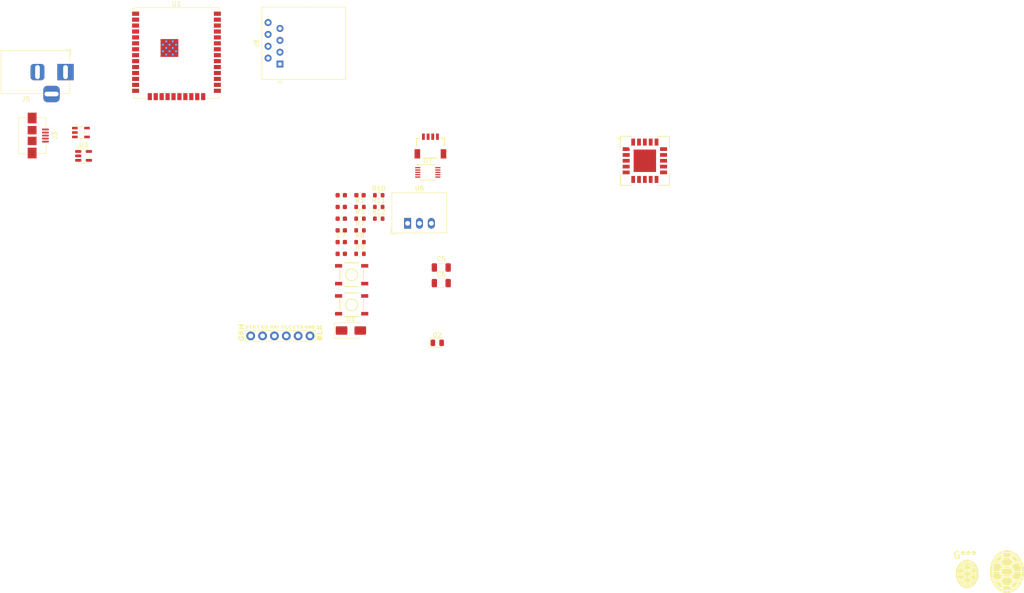
<source format=kicad_pcb>
(kicad_pcb (version 20240108) (generator "pcbnew") (generator_version "8.0")
  (layers (0 "F.Cu" signal) (31 "B.Cu" signal) (34 "B.Paste" user) (35 "F.Paste" user) (36 "B.SilkS" user "B.Silkscreen") (37 "F.SilkS" user "F.Silkscreen") (38 "B.Mask" user) (39 "F.Mask" user) (44 "Edge.Cuts" user))
  (net 0 "")
  (net 1 "GND")
  (net 2 "VIN")
  (net 3 "PULL_UP")
  (net 4 "Net-(U6-IN)")
  (net 5 "+5V")
  (net 6 "Net-(D2-A)")
  (net 7 "SDA")
  (net 9 "SCL")
  (net 12 "TX")
  (net 13 "RX")
  (net 22 "D_SCL-")
  (net 24 "+12V")
  (net 25 "D_SDA+")
  (net 27 "D_SDA-")
  (net 28 "D_SCL+")
  (net 29 "0")
  (net 30 "CIPO")
  (net 32 "A0")
  (net 34 "A2")
  (net 35 "16")
  (net 36 "A4")
  (net 37 "33")
  (net 38 "32")
  (net 39 "12")
  (net 40 "SCK")
  (net 42 "A1")
  (net 44 "15")
  (net 47 "21")
  (net 48 "14")
  (net 49 "COPI")
  (net 50 "A3")
  (net 51 "A5")
  (net 52 "27")
  (net 54 "17")
  (net 55 "13")
  (net 73 "HV_SCL")
  (net 75 "HV_SDA")
  (footprint "Package_TO_SOT_SMD:SOT-23-5" (layer "F.Cu") (at 79.8625 83.95)
    (property "Reference" "U3" (at 0 -2.4 360) (layer "F.SilkS"))
    (property "Value" "XC6220B331MR")
    (pad "1" smd roundrect (at -1.1375 -0.95) (size 1.325 0.6) (layers "F.Cu" "F.Paste" "F.Mask") (net 2 "VIN"))
    (pad "2" smd roundrect (at -1.1375 0) (size 1.325 0.6) (layers "F.Cu" "F.Paste" "F.Mask") (net 1 "GND"))
    (pad "3" smd roundrect (at -1.1375 0.95) (size 1.325 0.6) (layers "F.Cu" "F.Paste" "F.Mask") (net 2 "VIN"))
    (pad "4" smd roundrect (at 1.1375 0.95) (size 1.325 0.6) (layers "F.Cu" "F.Paste" "F.Mask"))
    (pad "5" smd roundrect (at 1.1375 -0.95) (size 1.325 0.6) (layers "F.Cu" "F.Paste" "F.Mask") (net 3 "PULL_UP"))
  )
  (footprint "Resistor_SMD:R_0603_1608Metric" (layer "F.Cu") (at 143.0425 97.405)
    (property "Reference" "R12" (at 0 -1.43 0) (layer "F.SilkS"))
    (property "Value" "390")
    (pad "1" smd roundrect (at -0.825 0) (size 0.8 0.95) (layers "F.Cu" "F.Paste" "F.Mask") (net 27 "D_SDA-"))
    (pad "2" smd roundrect (at 0.825 0) (size 0.8 0.95) (layers "F.Cu" "F.Paste" "F.Mask") (net 1 "GND"))
  )
  (footprint "LOGO" (layer "F.Cu") (at 269 173.5)
    (property "Reference" "G***" (at -0.5 -4 0) (layer "F.SilkS") (effects (font (size 1.5 1.5) (thickness 0.3))))
    (property "Value" "LOGO" (hide yes))
  )
  (footprint "SparkFun-Capacitor:C_0603_1608Metric" (layer "F.Cu") (at 135.0225 97.405)
    (property "Reference" "C3")
    (property "Value" "10uF")
    (pad "1" smd roundrect (at -0.775 0) (size 0.9 0.95) (layers "F.Cu" "F.Paste" "F.Mask") (net 2 "VIN"))
    (pad "2" smd roundrect (at 0.775 0) (size 0.9 0.95) (layers "F.Cu" "F.Paste" "F.Mask") (net 1 "GND"))
  )
  (footprint "SparkFun-Connector:6_Pin_Serial_Target_Side" (layer "F.Cu") (at 121.9845 122.517)
    (property "Reference" "J2")
    (property "Value" "Conn_01x06")
    (pad "1" thru_hole circle (at -6.35 0) (size 1.8796 1.8796) (drill 1.016) (layers "*.Cu" "*.Mask") (net 1 "GND"))
    (pad "2" thru_hole circle (at -3.81 0) (size 1.8796 1.8796) (drill 1.016) (layers "*.Cu" "*.Mask"))
    (pad "3" thru_hole circle (at -1.27 0) (size 1.8796 1.8796) (drill 1.016) (layers "*.Cu" "*.Mask") (net 3 "PULL_UP"))
    (pad "4" thru_hole circle (at 1.27 0) (size 1.8796 1.8796) (drill 1.016) (layers "*.Cu" "*.Mask") (net 13 "RX"))
    (pad "5" thru_hole circle (at 3.81 0) (size 1.8796 1.8796) (drill 1.016) (layers "*.Cu" "*.Mask") (net 12 "TX"))
    (pad "6" thru_hole circle (at 6.35 0) (size 1.8796 1.8796) (drill 1.016) (layers "*.Cu" "*.Mask"))
  )
  (footprint "SparkFun-Capacitor:C_0603_1608Metric" (layer "F.Cu") (at 139.0325 92.385)
    (property "Reference" "C9")
    (property "Value" "4.7uF")
    (pad "1" smd roundrect (at -0.775 0) (size 0.9 0.95) (layers "F.Cu" "F.Paste" "F.Mask") (net 3 "PULL_UP"))
    (pad "2" smd roundrect (at 0.775 0) (size 0.9 0.95) (layers "F.Cu" "F.Paste" "F.Mask") (net 1 "GND"))
  )
  (footprint "Converter_DCDC:Converter_DCDC_RECOM_R-78E-0.5_THT" (layer "F.Cu") (at 149.2185 98.405)
    (property "Reference" "U6" (at 2.54 -7.56 0) (layer "F.SilkS"))
    (property "Value" "R-78E5.0-0.5")
    (pad "1" thru_hole rect (at 0 0) (size 1.5 2.3) (drill 1) (layers "*.Cu" "*.Mask"))
    (pad "2" thru_hole oval (at 2.54 0) (size 1.5 2.3) (drill 1) (layers "*.Cu" "*.Mask"))
    (pad "3" thru_hole oval (at 5.08 0) (size 1.5 2.3) (drill 1) (layers "*.Cu" "*.Mask"))
  )
  (footprint "LOGO" (layer "F.Cu") (at 277.5 173)
    (property "Reference" "G***" (hide yes))
    (property "Value" "LOGO" (hide yes))
  )
  (footprint "LED_SMD:LED_0805_2012Metric" (layer "F.Cu") (at 155.5625 124)
    (property "Reference" "D2" (at 0 -1.65 0) (layer "F.SilkS"))
    (property "Value" "LED")
    (pad "1" smd roundrect (at -0.9375 0) (size 0.975 1.4) (layers "F.Cu" "F.Paste" "F.Mask") (net 1 "GND"))
    (pad "2" smd roundrect (at 0.9375 0) (size 0.975 1.4) (layers "F.Cu" "F.Paste" "F.Mask") (net 6 "Net-(D2-A)"))
  )
  (footprint "Resistor_SMD:R_0603_1608Metric" (layer "F.Cu") (at 139.0325 94.895)
    (property "Reference" "R1" (at 0 -1.43 0) (layer "F.SilkS"))
    (property "Value" "10K")
    (pad "1" smd roundrect (at -0.825 0) (size 0.8 0.95) (layers "F.Cu" "F.Paste" "F.Mask") (net 3 "PULL_UP"))
    (pad "2" smd roundrect (at 0.825 0) (size 0.8 0.95) (layers "F.Cu" "F.Paste" "F.Mask") (net 3 "PULL_UP"))
  )
  (footprint "Resistor_SMD:R_0603_1608Metric" (layer "F.Cu") (at 139.0325 97.405)
    (property "Reference" "R3" (at 0 -1.43 0) (layer "F.SilkS"))
    (property "Value" "330")
    (pad "1" smd roundrect (at -0.825 0) (size 0.8 0.95) (layers "F.Cu" "F.Paste" "F.Mask") (net 5 "+5V"))
    (pad "2" smd roundrect (at 0.825 0) (size 0.8 0.95) (layers "F.Cu" "F.Paste" "F.Mask") (net 6 "Net-(D2-A)"))
  )
  (footprint "Resistor_SMD:R_0603_1608Metric" (layer "F.Cu") (at 143.0425 94.895)
    (property "Reference" "R11" (at 0 -1.43 0) (layer "F.SilkS"))
    (property "Value" "100")
    (pad "1" smd roundrect (at -0.825 0) (size 0.8 0.95) (layers "F.Cu" "F.Paste" "F.Mask") (net 25 "D_SDA+"))
    (pad "2" smd roundrect (at 0.825 0) (size 0.8 0.95) (layers "F.Cu" "F.Paste" "F.Mask") (net 27 "D_SDA-"))
  )
  (footprint "Connector_BarrelJack:BarrelJack_Horizontal" (layer "F.Cu") (at 76 66)
    (property "Reference" "J5" (at -8.45 5.75 0) (layer "F.SilkS"))
    (property "Value" "Barrel_Jack_Switch")
    (pad "1" thru_hole rect (at 0 0) (size 3.5 3.5) (drill oval 1 3) (layers "*.Cu" "*.Mask") (net 2 "VIN"))
    (pad "2" thru_hole roundrect (at -6 0) (size 3 3.5) (drill oval 1 3) (layers "*.Cu" "*.Mask") (net 1 "GND"))
    (pad "3" thru_hole roundrect (at -3 4.7) (size 3.5 3.5) (drill oval 3 1) (layers "*.Cu" "*.Mask") (net 1 "GND"))
  )
  (footprint "Resistor_SMD:R_0603_1608Metric" (layer "F.Cu") (at 139.0325 104.935)
    (property "Reference" "R9" (at 0 -1.43 0) (layer "F.SilkS"))
    (property "Value" "390")
    (pad "1" smd roundrect (at -0.825 0) (size 0.8 0.95) (layers "F.Cu" "F.Paste" "F.Mask") (net 22 "D_SCL-"))
    (pad "2" smd roundrect (at 0.825 0) (size 0.8 0.95) (layers "F.Cu" "F.Paste" "F.Mask") (net 1 "GND"))
  )
  (footprint "SparkFun-Capacitor:C_0603_1608Metric" (layer "F.Cu") (at 135.0225 92.385)
    (property "Reference" "C1")
    (property "Value" "1uF")
    (pad "1" smd roundrect (at -0.775 0) (size 0.9 0.95) (layers "F.Cu" "F.Paste" "F.Mask") (net 2 "VIN"))
    (pad "2" smd roundrect (at 0.775 0) (size 0.9 0.95) (layers "F.Cu" "F.Paste" "F.Mask") (net 1 "GND"))
  )
  (footprint "RF_Module:ESP32-WROOM-32UE" (layer "F.Cu") (at 99.75 61.91)
    (property "Reference" "U1" (at 0 -10.5 0) (layer "F.SilkS"))
    (property "Value" "ESP32-WROOM-32UE")
    (pad "1" smd rect (at -8.75 -8.41) (size 1.5 0.9) (layers "F.Cu" "F.Paste" "F.Mask") (net 1 "GND"))
    (pad "2" smd rect (at -8.75 -7.14) (size 1.5 0.9) (layers "F.Cu" "F.Paste" "F.Mask") (net 3 "PULL_UP"))
    (pad "3" smd rect (at -8.75 -5.87) (size 1.5 0.9) (layers "F.Cu" "F.Paste" "F.Mask") (net 3 "PULL_UP"))
    (pad "4" smd rect (at -8.75 -4.6) (size 1.5 0.9) (layers "F.Cu" "F.Paste" "F.Mask") (net 36 "A4"))
    (pad "5" smd rect (at -8.75 -3.33) (size 1.5 0.9) (layers "F.Cu" "F.Paste" "F.Mask") (net 50 "A3"))
    (pad "6" smd rect (at -8.75 -2.06) (size 1.5 0.9) (layers "F.Cu" "F.Paste" "F.Mask") (net 34 "A2"))
    (pad "7" smd rect (at -8.75 -0.79) (size 1.5 0.9) (layers "F.Cu" "F.Paste" "F.Mask"))
    (pad "8" smd rect (at -8.75 0.48) (size 1.5 0.9) (layers "F.Cu" "F.Paste" "F.Mask") (net 38 "32"))
    (pad "9" smd rect (at -8.75 1.75) (size 1.5 0.9) (layers "F.Cu" "F.Paste" "F.Mask") (net 37 "33"))
    (pad "10" smd rect (at -8.75 3.02) (size 1.5 0.9) (layers "F.Cu" "F.Paste" "F.Mask") (net 42 "A1"))
    (pad "11" smd rect (at -8.75 4.29) (size 1.5 0.9) (layers "F.Cu" "F.Paste" "F.Mask") (net 32 "A0"))
    (pad "12" smd rect (at -8.75 5.56) (size 1.5 0.9) (layers "F.Cu" "F.Paste" "F.Mask") (net 52 "27"))
    (pad "13" smd rect (at -8.75 6.83) (size 1.5 0.9) (layers "F.Cu" "F.Paste" "F.Mask") (net 48 "14"))
    (pad "14" smd rect (at -8.75 8.1) (size 1.5 0.9) (layers "F.Cu" "F.Paste" "F.Mask") (net 39 "12"))
    (pad "15" smd rect (at -5.715 9.35 90) (size 1.5 0.9) (layers "F.Cu" "F.Paste" "F.Mask") (net 1 "GND"))
    (pad "16" smd rect (at -4.445 9.35 90) (size 1.5 0.9) (layers "F.Cu" "F.Paste" "F.Mask") (net 55 "13"))
    (pad "17" smd rect (at -3.175 9.35 90) (size 1.5 0.9) (layers "F.Cu" "F.Paste" "F.Mask"))
    (pad "18" smd rect (at -1.905 9.35 90) (size 1.5 0.9) (layers "F.Cu" "F.Paste" "F.Mask"))
    (pad "19" smd rect (at -0.635 9.35 90) (size 1.5 0.9) (layers "F.Cu" "F.Paste" "F.Mask"))
    (pad "20" smd rect (at 0.635 9.35 90) (size 1.5 0.9) (layers "F.Cu" "F.Paste" "F.Mask"))
    (pad "21" smd rect (at 1.905 9.35 90) (size 1.5 0.9) (layers "F.Cu" "F.Paste" "F.Mask"))
    (pad "22" smd rect (at 3.175 9.35 90) (size 1.5 0.9) (layers "F.Cu" "F.Paste" "F.Mask"))
    (pad "23" smd rect (at 4.445 9.35 90) (size 1.5 0.9) (layers "F.Cu" "F.Paste" "F.Mask") (net 44 "15"))
    (pad "24" smd rect (at 5.715 9.35 90) (size 1.5 0.9) (layers "F.Cu" "F.Paste" "F.Mask"))
    (pad "25" smd rect (at 8.75 8.1) (size 1.5 0.9) (layers "F.Cu" "F.Paste" "F.Mask") (net 29 "0"))
    (pad "26" smd rect (at 8.75 6.83) (size 1.5 0.9) (layers "F.Cu" "F.Paste" "F.Mask") (net 51 "A5"))
    (pad "27" smd rect (at 8.75 5.56) (size 1.5 0.9) (layers "F.Cu" "F.Paste" "F.Mask") (net 35 "16"))
    (pad "28" smd rect (at 8.75 4.29) (size 1.5 0.9) (layers "F.Cu" "F.Paste" "F.Mask") (net 54 "17"))
    (pad "29" smd rect (at 8.75 3.02) (size 1.5 0.9) (layers "F.Cu" "F.Paste" "F.Mask") (net 40 "SCK"))
    (pad "30" smd rect (at 8.75 1.75) (size 1.5 0.9) (layers "F.Cu" "F.Paste" "F.Mask") (net 49 "COPI"))
    (pad "31" smd rect (at 8.75 0.48) (size 1.5 0.9) (layers "F.Cu" "F.Paste" "F.Mask") (net 30 "CIPO"))
    (pad "32" smd rect (at 8.75 -0.79) (size 1.5 0.9) (layers "F.Cu" "F.Paste" "F.Mask"))
    (pad "33" smd rect (at 8.75 -2.06) (size 1.5 0.9) (layers "F.Cu" "F.Paste" "F.Mask") (net 47 "21"))
    (pad "34" smd rect (at 8.75 -3.33) (size 1.5 0.9) (layers "F.Cu" "F.Paste" "F.Mask") (net 12 "TX"))
    (pad "35" smd rect (at 8.75 -4.6) (size 1.5 0.9) (layers "F.Cu" "F.Paste" "F.Mask") (net 13 "RX"))
    (pad "36" smd rect (at 8.75 -5.87) (size 1.5 0.9) (layers "F.Cu" "F.Paste" "F.Mask") (net 9 "SCL"))
    (pad "37" smd rect (at 8.75 -7.14) (size 1.5 0.9) (layers "F.Cu" "F.Paste" "F.Mask") (net 7 "SDA"))
    (pad "38" smd rect (at 8.75 -8.41) (size 1.5 0.9) (layers "F.Cu" "F.Paste" "F.Mask") (net 1 "GND"))
    (pad "39" smd rect (at -2.9 -2.47) (size 0.9 0.9) (layers "F.Cu" "F.Paste") (net 1 "GND"))
    (pad "39" thru_hole circle (at -2.9 -1.77) (size 0.6 0.6) (drill 0.2) (property pad_prop_heatsink) (layers "*.Cu" "F.Mask") (net 1 "GND"))
    (pad "39" smd rect (at -2.9 -1.07) (size 0.9 0.9) (layers "F.Cu" "F.Paste") (net 1 "GND"))
    (pad "39" thru_hole circle (at -2.9 -0.37) (size 0.6 0.6) (drill 0.2) (property pad_prop_heatsink) (layers "*.Cu" "F.Mask") (net 1 "GND"))
    (pad "39" smd rect (at -2.9 0.33) (size 0.9 0.9) (layers "F.Cu" "F.Paste") (net 1 "GND"))
    (pad "39" thru_hole circle (at -2.2 -2.47) (size 0.6 0.6) (drill 0.2) (property pad_prop_heatsink) (layers "*.Cu" "F.Mask") (net 1 "GND"))
    (pad "39" thru_hole circle (at -2.2 -1.07) (size 0.6 0.6) (drill 0.2) (property pad_prop_heatsink) (layers "*.Cu" "F.Mask") (net 1 "GND"))
    (pad "39" thru_hole circle (at -2.2 0.33) (size 0.6 0.6) (drill 0.2) (property pad_prop_heatsink) (layers "*.Cu" "F.Mask") (net 1 "GND"))
    (pad "39" smd rect (at -1.5 -2.47) (size 0.9 0.9) (layers "F.Cu" "F.Paste") (net 1 "GND"))
    (pad "39" thru_hole circle (at -1.5 -1.77) (size 0.6 0.6) (drill 0.2) (property pad_prop_heatsink) (layers "*.Cu" "F.Mask") (net 1 "GND"))
    (pad "39" smd rect (at -1.5 -1.07) (size 0.9 0.9) (layers "F.Cu" "F.Paste") (net 1 "GND"))
    (pad "39" smd rect (at -1.5 -1.07) (size 3.8 3.8) (layers "F.Cu" "F.Mask") (net 1 "GND"))
    (pad "39" thru_hole circle (at -1.5 -0.37) (size 0.6 0.6) (drill 0.2) (property pad_prop_heatsink) (layers "*.Cu" "F.Mask") (net 1 "GND"))
    (pad "39" smd rect (at -1.5 0.33) (size 0.9 0.9) (layers "F.Cu" "F.Paste") (net 1 "GND"))
    (pad "39" thru_hole circle (at -0.8 -2.47) (size 0.6 0.6) (drill 0.2) (property pad_prop_heatsink) (layers "*.Cu" "F.Mask") (net 1 "GND"))
    (pad "39" thru_hole circle (at -0.8 -1.07) (size 0.6 0.6) (drill 0.2) (property pad_prop_heatsink) (layers "*.Cu" "F.Mask") (net 1 "GND"))
    (pad "39" thru_hole circle (at -0.8 0.33) (size 0.6 0.6) (drill 0.2) (property pad_prop_heatsink) (layers "*.Cu" "F.Mask") (net 1 "GND"))
    (pad "39" smd rect (at -0.1 -2.47) (size 0.9 0.9) (layers "F.Cu" "F.Paste") (net 1 "GND"))
    (pad "39" thru_hole circle (at -0.1 -1.77) (size 0.6 0.6) (drill 0.2) (property pad_prop_heatsink) (layers "*.Cu" "F.Mask") (net 1 "GND"))
    (pad "39" smd rect (at -0.1 -1.07) (size 0.9 0.9) (layers "F.Cu" "F.Paste") (net 1 "GND"))
    (pad "39" thru_hole circle (at -0.1 -0.37) (size 0.6 0.6) (drill 0.2) (property pad_prop_heatsink) (layers "*.Cu" "F.Mask") (net 1 "GND"))
    (pad "39" smd rect (at -0.1 0.33) (size 0.9 0.9) (layers "F.Cu" "F.Paste") (net 1 "GND"))
  )
  (footprint "SparkFun-Semiconductor-Standard:SOT23-5" (layer "F.Cu") (at 79.3001 78.95)
    (property "Reference" "U2")
    (property "Value" "AP2112K-3.3")
    (pad "1" smd rect (at -1.3001 -0.95 270) (size 0.55 1.2) (layers "F.Cu" "F.Paste" "F.Mask") (net 2 "VIN"))
    (pad "2" smd rect (at -1.3001 0 270) (size 0.55 1.2) (layers "F.Cu" "F.Paste" "F.Mask") (net 1 "GND"))
    (pad "3" smd rect (at -1.3001 0.95 270) (size 0.55 1.2) (layers "F.Cu" "F.Paste" "F.Mask") (net 2 "VIN"))
    (pad "4" smd rect (at 1.3001 0.95 270) (size 0.55 1.2) (layers "F.Cu" "F.Paste" "F.Mask"))
    (pad "5" smd rect (at 1.3001 -0.95 270) (size 0.55 1.2) (layers "F.Cu" "F.Paste" "F.Mask") (net 3 "PULL_UP"))
  )
  (footprint "Resistor_SMD:R_0603_1608Metric" (layer "F.Cu") (at 139.0325 99.915)
    (property "Reference" "R7" (at 0 -1.43 0) (layer "F.SilkS"))
    (property "Value" "390")
    (pad "1" smd roundrect (at -0.825 0) (size 0.8 0.95) (layers "F.Cu" "F.Paste" "F.Mask") (net 5 "+5V"))
    (pad "2" smd roundrect (at 0.825 0) (size 0.8 0.95) (layers "F.Cu" "F.Paste" "F.Mask") (net 28 "D_SCL+"))
  )
  (footprint "SparkFun-Capacitor:C_0603_1608Metric" (layer "F.Cu") (at 135.0225 104.935)
    (property "Reference" "C8")
    (property "Value" "0.1uF")
    (pad "1" smd roundrect (at -0.775 0) (size 0.9 0.95) (layers "F.Cu" "F.Paste" "F.Mask") (net 3 "PULL_UP"))
    (pad "2" smd roundrect (at 0.775 0) (size 0.9 0.95) (layers "F.Cu" "F.Paste" "F.Mask") (net 1 "GND"))
  )
  (footprint "SparkFun-Connector:JST_SMD_1.0mm-4_RA" (layer "F.Cu") (at 154.1025 79.844)
    (property "Reference" "J1")
    (property "Value" "Qwiic_RA")
    (pad "1" smd rect (at -1.5 0) (size 0.6 1.35) (layers "F.Cu" "F.Paste" "F.Mask") (net 1 "GND"))
    (pad "2" smd rect (at -0.5 0) (size 0.6 1.35) (layers "F.Cu" "F.Paste" "F.Mask") (net 3 "PULL_UP"))
    (pad "3" smd rect (at 0.5 0) (size 0.6 1.35) (layers "F.Cu" "F.Paste" "F.Mask") (net 7 "SDA"))
    (pad "4" smd rect (at 1.5 0) (size 0.6 1.35) (layers "F.Cu" "F.Paste" "F.Mask") (net 9 "SCL"))
    (pad "NC1" smd rect (at 2.8 3.675) (size 1.2 2) (layers "F.Cu" "F.Paste" "F.Mask"))
    (pad "NC2" smd rect (at -2.8 3.675) (size 1.2 2) (layers "F.Cu" "F.Paste" "F.Mask"))
  )
  (footprint "Connector_USB:USB_Micro-B_Amphenol_10104110_Horizontal" (layer "F.Cu") (at 70.15 79.6 -90)
    (property "Reference" "J3" (at 0 -3.55 90) (layer "F.SilkS"))
    (property "Value" "USB_B_Micro")
    (pad "1" smd rect (at -1.3 -1.55 270) (size 0.4 1.4) (layers "F.Cu" "F.Paste" "F.Mask") (net 2 "VIN"))
    (pad "2" smd rect (at -0.65 -1.55 270) (size 0.4 1.4) (layers "F.Cu" "F.Paste" "F.Mask"))
    (pad "3" smd rect (at 0 -1.55 270) (size 0.4 1.4) (layers "F.Cu" "F.Paste" "F.Mask"))
    (pad "4" smd rect (at 0.65 -1.55 270) (size 0.4 1.4) (layers "F.Cu" "F.Paste" "F.Mask"))
    (pad "5" smd rect (at 1.3 -1.55 270) (size 0.4 1.4) (layers "F.Cu" "F.Paste" "F.Mask") (net 1 "GND"))
    (pad "6" smd rect (at -3.75 1.3 270) (size 2.3 1.9) (layers "F.Cu" "F.Paste" "F.Mask"))
    (pad "6" smd rect (at -1.15 1.3 270) (size 1.8 1.9) (layers "F.Cu" "F.Paste" "F.Mask"))
    (pad "6" smd rect (at 1.15 1.3 270) (size 1.8 1.9) (layers "F.Cu" "F.Paste" "F.Mask"))
    (pad "6" smd rect (at 3.75 1.3 270) (size 2.3 1.9) (layers "F.Cu" "F.Paste" "F.Mask"))
  )
  (footprint "Diode_SMD:D_SMA" (layer "F.Cu") (at 137.0875 121.365)
    (property "Reference" "D1" (at 0 -2.5 0) (layer "F.SilkS"))
    (property "Value" "DIODE")
    (pad "1" smd roundrect (at -2 0) (size 2.5 1.8) (layers "F.Cu" "F.Paste" "F.Mask") (roundrect_rratio 0.1388888889))
    (pad "2" smd roundrect (at 2 0) (size 2.5 1.8) (layers "F.Cu" "F.Paste" "F.Mask") (roundrect_rratio 0.1388888889))
  )
  (footprint "Capacitor_SMD:C_1206_3216Metric" (layer "F.Cu") (at 156.4225 107.865)
    (property "Reference" "C5" (at 0 -1.85 0) (layer "F.SilkS"))
    (property "Value" "10UF")
    (pad "1" smd roundrect (at -1.475 0) (size 1.15 1.8) (layers "F.Cu" "F.Paste" "F.Mask") (roundrect_rratio 0.217391) (net 4 "Net-(U6-IN)"))
    (pad "2" smd roundrect (at 1.475 0) (size 1.15 1.8) (layers "F.Cu" "F.Paste" "F.Mask") (roundrect_rratio 0.217391) (net 1 "GND"))
  )
  (footprint "SparkFun-Switch:Momentary_SMD_5.2x5.2mm_h2.5mm" (layer "F.Cu") (at 137.2425 115.865)
    (property "Reference" "SW2")
    (property "Value" "SMD_5.2x5.2mm_h2.5mm")
    (pad "1" smd rect (at -2.794 -1.905 90) (size 0.762 1.524) (layers "F.Cu" "F.Paste" "F.Mask") (net 1 "GND"))
    (pad "2" smd rect (at 2.794 -1.905 90) (size 0.762 1.524) (layers "F.Cu" "F.Paste" "F.Mask") (net 3 "PULL_UP"))
    (pad "3" smd rect (at -2.794 1.905 90) (size 0.762 1.524) (layers "F.Cu" "F.Paste" "F.Mask"))
    (pad "4" smd rect (at 2.794 1.905 90) (size 0.762 1.524) (layers "F.Cu" "F.Paste" "F.Mask"))
  )
  (footprint "Capacitor_SMD:C_0603_1608Metric" (layer "F.Cu") (at 135.0225 102.425)
    (property "Reference" "C7" (at 0 -1.43 0) (layer "F.SilkS"))
    (property "Value" "0.1uF")
    (pad "1" smd roundrect (at -0.775 0) (size 0.9 0.95) (layers "F.Cu" "F.Paste" "F.Mask") (net 5 "+5V"))
    (pad "2" smd roundrect (at 0.775 0) (size 0.9 0.95) (layers "F.Cu" "F.Paste" "F.Mask") (net 1 "GND"))
  )
  (footprint "SparkFun-Sensor:SCD4X" (layer "F.Cu") (at 200 85)
    (property "Reference" "U4")
    (property "Value" "SCD41")
    (pad "1" smd roundrect (at -4 -2.5 90) (size 0.8 1.5) (layers "F.Cu" "F.Mask") (roundrect_rratio 0) (chamfer_ratio 0.35) (chamfer bottom_right))
    (pad "2" smd rect (at -4 -1.25 90) (size 0.8 1.5) (layers "F.Cu" "F.Paste" "F.Mask"))
    (pad "3" smd rect (at -4 0 90) (size 0.8 1.5) (layers "F.Cu" "F.Paste" "F.Mask"))
    (pad "4" smd rect (at -4 1.25 90) (size 0.8 1.5) (layers "F.Cu" "F.Paste" "F.Mask"))
    (pad "5" smd rect (at -4 2.5 90) (size 0.8 1.5) (layers "F.Cu" "F.Paste" "F.Mask"))
    (pad "6" smd rect (at -2.5 4 180) (size 0.8 1.5) (layers "F.Cu" "F.Paste" "F.Mask") (net 1 "GND"))
    (pad "7" smd rect (at -1.25 4 180) (size 0.8 1.5) (layers "F.Cu" "F.Paste" "F.Mask") (net 3 "PULL_UP"))
    (pad "8" smd rect (at 0 4 180) (size 0.8 1.5) (layers "F.Cu" "F.Paste" "F.Mask"))
    (pad "9" smd rect (at 1.25 4 180) (size 0.8 1.5) (layers "F.Cu" "F.Paste" "F.Mask") (net 9 "SCL"))
    (pad "10" smd rect (at 2.5 4 180) (size 0.8 1.5) (layers "F.Cu" "F.Paste" "F.Mask") (net 7 "SDA"))
    (pad "11" smd rect (at 4 2.5 270) (size 0.8 1.5) (layers "F.Cu" "F.Paste" "F.Mask"))
    (pad "12" smd rect (at 4 1.25 270) (size 0.8 1.5) (layers "F.Cu" "F.Paste" "F.Mask"))
    (pad "13" smd rect (at 4 0 270) (size 0.8 1.5) (layers "F.Cu" "F.Paste" "F.Mask"))
    (pad "14" smd rect (at 4 -1.25 270) (size 0.8 1.5) (layers "F.Cu" "F.Paste" "F.Mask"))
    (pad "15" smd rect (at 4 -2.5 270) (size 0.8 1.5) (layers "F.Cu" "F.Paste" "F.Mask"))
    (pad "16" smd rect (at 2.5 -4) (size 0.8 1.5) (layers "F.Cu" "F.Paste" "F.Mask"))
    (pad "17" smd rect (at 1.25 -4) (size 0.8 1.5) (layers "F.Cu" "F.Paste" "F.Mask"))
    (pad "18" smd rect (at 0 -4) (size 0.8 1.5) (layers "F.Cu" "F.Paste" "F.Mask"))
    (pad "19" smd rect (at -1.25 -4) (size 0.8 1.5) (layers "F.Cu" "F.Paste" "F.Mask") (net 3 "PULL_UP"))
    (pad "20" smd rect (at -2.5 -4) (size 0.8 1.5) (layers "F.Cu" "F.Paste" "F.Mask") (net 1 "GND"))
    (pad "21" smd rect (at 0 0) (size 4.8 4.8) (layers "F.Cu" "F.Mask") (net 1 "GND"))
  )
  (footprint "Resistor_SMD:R_0603_1608Metric" (layer "F.Cu") (at 139.0325 102.425)
    (property "Reference" "R8" (at 0 -1.43 0) (layer "F.SilkS"))
    (property "Value" "100")
    (pad "1" smd roundrect (at -0.825 0) (size 0.8 0.95) (layers "F.Cu" "F.Paste" "F.Mask") (net 28 "D_SCL+"))
    (pad "2" smd roundrect (at 0.825 0) (size 0.8 0.95) (layers "F.Cu" "F.Paste" "F.Mask") (net 22 "D_SCL-"))
  )
  (footprint "Resistor_SMD:R_0603_1608Metric" (layer "F.Cu") (at 143.0425 92.385)
    (property "Reference" "R10" (at 0 -1.43 0) (layer "F.SilkS"))
    (property "Value" "390")
    (pad "1" smd roundrect (at -0.825 0) (size 0.8 0.95) (layers "F.Cu" "F.Paste" "F.Mask") (net 5 "+5V"))
    (pad "2" smd roundrect (at 0.825 0) (size 0.8 0.95) (layers "F.Cu" "F.Paste" "F.Mask") (net 25 "D_SDA+"))
  )
  (footprint "SparkFun-Capacitor:C_0603_1608Metric" (layer "F.Cu") (at 135.0225 94.895)
    (property "Reference" "C2")
    (property "Value" "1uF")
    (pad "1" smd roundrect (at -0.775 0) (size 0.9 0.95) (layers "F.Cu" "F.Paste" "F.Mask") (net 3 "PULL_UP"))
    (pad "2" smd roundrect (at 0.775 0) (size 0.9 0.95) (layers "F.Cu" "F.Paste" "F.Mask") (net 1 "GND"))
  )
  (footprint "Package_SO:TSSOP-10_3x3mm_P0.5mm" (layer "F.Cu") (at 153.5425 87.485)
    (property "Reference" "U7" (at 0 -2.55 0) (layer "F.SilkS"))
    (property "Value" "PCA9615")
    (pad "1" smd rect (at -2.15 -1) (size 1.1 0.25) (layers "F.Cu" "F.Paste" "F.Mask") (net 5 "+5V"))
    (pad "2" smd rect (at -2.15 -0.5) (size 1.1 0.25) (layers "F.Cu" "F.Paste" "F.Mask"))
    (pad "3" smd rect (at -2.15 0) (size 1.1 0.25) (layers "F.Cu" "F.Paste" "F.Mask") (net 75 "HV_SDA"))
    (pad "4" smd rect (at -2.15 0.5) (size 1.1 0.25) (layers "F.Cu" "F.Paste" "F.Mask") (net 73 "HV_SCL"))
    (pad "5" smd rect (at -2.15 1) (size 1.1 0.25) (layers "F.Cu" "F.Paste" "F.Mask") (net 1 "GND"))
    (pad "6" smd rect (at 2.15 1) (size 1.1 0.25) (layers "F.Cu" "F.Paste" "F.Mask") (net 22 "D_SCL-"))
    (pad "7" smd rect (at 2.15 0.5) (size 1.1 0.25) (layers "F.Cu" "F.Paste" "F.Mask") (net 28 "D_SCL+"))
    (pad "8" smd rect (at 2.15 0) (size 1.1 0.25) (layers "F.Cu" "F.Paste" "F.Mask") (net 25 "D_SDA+"))
    (pad "9" smd rect (at 2.15 -0.5) (size 1.1 0.25) (layers "F.Cu" "F.Paste" "F.Mask") (net 27 "D_SDA-"))
    (pad "10" smd rect (at 2.15 -1) (size 1.1 0.25) (layers "F.Cu" "F.Paste" "F.Mask") (net 5 "+5V"))
  )
  (footprint "SparkFun-Capacitor:C_0603_1608Metric" (layer "F.Cu") (at 135.0225 99.915)
    (property "Reference" "C4")
    (property "Value" "10uF")
    (pad "1" smd roundrect (at -0.775 0) (size 0.9 0.95) (layers "F.Cu" "F.Paste" "F.Mask") (net 3 "PULL_UP"))
    (pad "2" smd roundrect (at 0.775 0) (size 0.9 0.95) (layers "F.Cu" "F.Paste" "F.Mask") (net 1 "GND"))
  )
  (footprint "Capacitor_SMD:C_1206_3216Metric" (layer "F.Cu") (at 156.4225 111.215)
    (property "Reference" "C6" (at 0 -1.85 0) (layer "F.SilkS"))
    (property "Value" "10UF")
    (pad "1" smd roundrect (at -1.475 0) (size 1.15 1.8) (layers "F.Cu" "F.Paste" "F.Mask") (roundrect_rratio 0.217391) (net 5 "+5V"))
    (pad "2" smd roundrect (at 1.475 0) (size 1.15 1.8) (layers "F.Cu" "F.Paste" "F.Mask") (roundrect_rratio 0.217391) (net 1 "GND"))
  )
  (footprint "SparkFun-Switch:Momentary_SMD_5.2x5.2mm_h2.5mm" (layer "F.Cu") (at 137.2425 109.415)
    (property "Reference" "SW1")
    (property "Value" "SMD_5.2x5.2mm_h2.5mm")
    (pad "1" smd rect (at -2.794 -1.905 90) (size 0.762 1.524) (layers "F.Cu" "F.Paste" "F.Mask") (net 1 "GND"))
    (pad "2" smd rect (at 2.794 -1.905 90) (size 0.762 1.524) (layers "F.Cu" "F.Paste" "F.Mask") (net 29 "0"))
    (pad "3" smd rect (at -2.794 1.905 90) (size 0.762 1.524) (layers "F.Cu" "F.Paste" "F.Mask"))
    (pad "4" smd rect (at 2.794 1.905 90) (size 0.762 1.524) (layers "F.Cu" "F.Paste" "F.Mask"))
  )
  (footprint "Connector_RJ:RJ45_Amphenol_54602-x08_Horizontal" (layer "F.Cu") (at 121.9 64.2825 90)
    (property "Reference" "J8" (at 4.445 -5 270) (layer "F.SilkS"))
    (property "Value" "RJ45")
    (pad "" np_thru_hole circle (at -1.27 6.35 90) (size 3.2 3.2) (drill 3.2) (layers "*.Cu" "*.Mask"))
    (pad "" np_thru_hole circle (at 10.16 6.35 90) (size 3.2 3.2) (drill 3.2) (layers "*.Cu" "*.Mask"))
    (pad "1" thru_hole rect (at 0 0 90) (size 1.5 1.5) (drill 0.76) (layers "*.Cu" "*.Mask") (net 1 "GND"))
    (pad "2" thru_hole circle (at 1.27 -2.54 90) (size 1.5 1.5) (drill 0.76) (layers "*.Cu" "*.Mask") (net 24 "+12V"))
    (pad "3" thru_hole circle (at 2.54 0 90) (size 1.5 1.5) (drill 0.76) (layers "*.Cu" "*.Mask"))
    (pad "4" thru_hole circle (at 3.81 -2.54 90) (size 1.5 1.5) (drill 0.76) (layers "*.Cu" "*.Mask") (net 22 "D_SCL-"))
    (pad "5" thru_hole circle (at 5.08 0 90) (size 1.5 1.5) (drill 0.76) (layers "*.Cu" "*.Mask") (net 28 "D_SCL+"))
    (pad "6" thru_hole circle (at 6.35 -2.54 90) (size 1.5 1.5) (drill 0.76) (layers "*.Cu" "*.Mask"))
    (pad "7" thru_hole circle (at 7.62 0 90) (size 1.5 1.5) (drill 0.76) (layers "*.Cu" "*.Mask") (net 25 "D_SDA+"))
    (pad "8" thru_hole circle (at 8.89 -2.54 90) (size 1.5 1.5) (drill 0.76) (layers "*.Cu" "*.Mask") (net 27 "D_SDA-"))
  )
)
</source>
